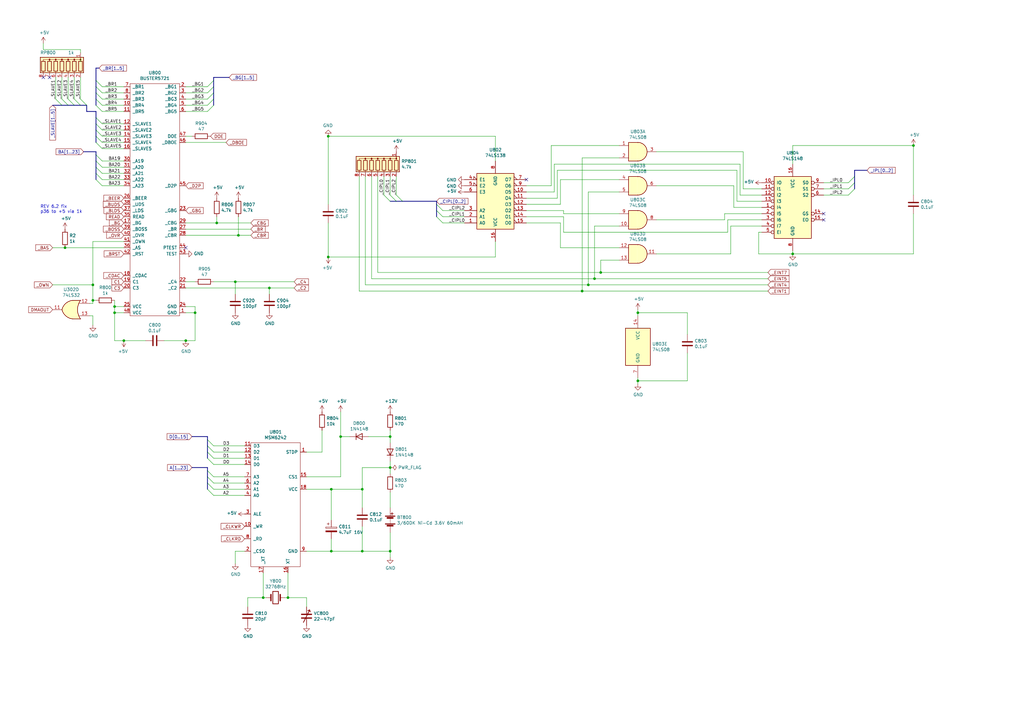
<source format=kicad_sch>
(kicad_sch (version 20230121) (generator eeschema)
  (paper "A3")
  (title_block (date "07/06/1987") (rev "6.2-a") (company "Commodore") (comment 1 "Drawn by: Dave Haynie") (comment 2 "Used on: A2000-CR") (comment 3 "Next Assy: 312725") (comment 4 "Assy: 312721"))
  (junction (at 160.02 226.06))
  (junction (at 38.1 123.19))
  (junction (at 148.59 200.66))
  (junction (at 107.95 245.11))
  (junction (at 46.99 125.73))
  (junction (at 246.38 111.76))
  (junction (at 374.65 59.69))
  (junction (at 76.2 139.7))
  (junction (at 46.99 128.27))
  (junction (at 110.49 118.11))
  (junction (at 96.52 115.57))
  (junction (at 97.79 96.52))
  (junction (at 134.62 105.41))
  (junction (at 50.8 139.7))
  (junction (at 160.02 191.77))
  (junction (at 135.89 200.66))
  (junction (at 148.59 226.06))
  (junction (at 238.76 119.38))
  (junction (at 88.9 91.44))
  (junction (at 160.02 179.07))
  (junction (at 325.12 104.14))
  (junction (at 38.1 116.84))
  (junction (at 80.01 128.27))
  (junction (at 118.11 245.11))
  (junction (at 261.62 156.21))
  (junction (at 243.84 114.3))
  (junction (at 26.67 101.6))
  (junction (at 135.89 226.06))
  (junction (at 241.3 116.84))
  (junction (at 139.7 179.07))
  (junction (at 134.62 55.88))
  (junction (at 261.62 128.27))
  (no_connect (at 76.2 101.6))
  (no_connect (at 337.82 90.17))
  (no_connect (at 17.78 31.75))
  (no_connect (at 215.9 73.66))
  (no_connect (at 20.32 31.75))
  (no_connect (at 337.82 87.63))
  (bus_entry (at 39.37 43.18) (size 2.54 2.54))
  (bus_entry (at 85.09 180.34) (size 2.54 2.54))
  (bus_entry (at 39.37 73.66) (size 2.54 2.54))
  (bus_entry (at 30.48 40.64) (size 2.54 2.54))
  (bus_entry (at 85.09 195.58) (size 2.54 2.54))
  (bus_entry (at 39.37 40.64) (size 2.54 2.54))
  (bus_entry (at 85.09 43.18) (size 2.54 -2.54))
  (bus_entry (at 85.09 38.1) (size 2.54 -2.54))
  (bus_entry (at 347.98 74.93) (size 2.54 -2.54))
  (bus_entry (at 179.07 88.9) (size 2.54 2.54))
  (bus_entry (at 33.02 40.64) (size 2.54 2.54))
  (bus_entry (at 39.37 33.02) (size 2.54 2.54))
  (bus_entry (at 39.37 71.12) (size 2.54 2.54))
  (bus_entry (at 157.48 80.01) (size 2.54 2.54))
  (bus_entry (at 162.56 80.01) (size 2.54 2.54))
  (bus_entry (at 85.09 182.88) (size 2.54 2.54))
  (bus_entry (at 347.98 80.01) (size 2.54 -2.54))
  (bus_entry (at 347.98 77.47) (size 2.54 -2.54))
  (bus_entry (at 27.94 40.64) (size 2.54 2.54))
  (bus_entry (at 85.09 198.12) (size 2.54 2.54))
  (bus_entry (at 85.09 200.66) (size 2.54 2.54))
  (bus_entry (at 39.37 38.1) (size 2.54 2.54))
  (bus_entry (at 39.37 55.88) (size 2.54 2.54))
  (bus_entry (at 85.09 35.56) (size 2.54 -2.54))
  (bus_entry (at 85.09 40.64) (size 2.54 -2.54))
  (bus_entry (at 85.09 45.72) (size 2.54 -2.54))
  (bus_entry (at 22.86 40.64) (size 2.54 2.54))
  (bus_entry (at 39.37 35.56) (size 2.54 2.54))
  (bus_entry (at 39.37 66.04) (size 2.54 2.54))
  (bus_entry (at 160.02 80.01) (size 2.54 2.54))
  (bus_entry (at 39.37 53.34) (size 2.54 2.54))
  (bus_entry (at 85.09 193.04) (size 2.54 2.54))
  (bus_entry (at 39.37 48.26) (size 2.54 2.54))
  (bus_entry (at 179.07 83.82) (size 2.54 2.54))
  (bus_entry (at 85.09 185.42) (size 2.54 2.54))
  (bus_entry (at 39.37 50.8) (size 2.54 2.54))
  (bus_entry (at 85.09 187.96) (size 2.54 2.54))
  (bus_entry (at 39.37 68.58) (size 2.54 2.54))
  (bus_entry (at 25.4 40.64) (size 2.54 2.54))
  (bus_entry (at 39.37 58.42) (size 2.54 2.54))
  (bus_entry (at 39.37 63.5) (size 2.54 2.54))
  (bus_entry (at 179.07 86.36) (size 2.54 2.54))
  (wire (pts (xy 374.65 87.63) (xy 374.65 104.14)))
  (wire (pts (xy 246.38 111.76) (xy 314.96 111.76)))
  (wire (pts (xy 46.99 125.73) (xy 46.99 128.27)))
  (wire (pts (xy 125.73 200.66) (xy 135.89 200.66)))
  (wire (pts (xy 325.12 67.31) (xy 325.12 59.69)))
  (wire (pts (xy 160.02 179.07) (xy 160.02 176.53)))
  (wire (pts (xy 160.02 226.06) (xy 148.59 226.06)))
  (wire (pts (xy 92.71 58.42) (xy 76.2 58.42)))
  (wire (pts (xy 38.1 123.19) (xy 38.1 124.46)))
  (wire (pts (xy 87.63 195.58) (xy 100.33 195.58)))
  (wire (pts (xy 110.49 120.65) (xy 110.49 118.11)))
  (wire (pts (xy 22.86 40.64) (xy 22.86 31.75)))
  (wire (pts (xy 149.86 116.84) (xy 241.3 116.84)))
  (wire (pts (xy 17.78 17.78) (xy 17.78 20.32)))
  (wire (pts (xy 41.91 66.04) (xy 50.8 66.04)))
  (wire (pts (xy 139.7 179.07) (xy 139.7 168.91)))
  (wire (pts (xy 303.53 67.31) (xy 303.53 80.01)))
  (wire (pts (xy 76.2 40.64) (xy 85.09 40.64)))
  (bus (pts (xy 33.02 43.18) (xy 35.56 43.18)))
  (wire (pts (xy 254 64.77) (xy 238.76 64.77)))
  (wire (pts (xy 88.9 91.44) (xy 102.87 91.44)))
  (wire (pts (xy 297.18 87.63) (xy 312.42 87.63)))
  (wire (pts (xy 39.37 123.19) (xy 38.1 123.19)))
  (wire (pts (xy 374.65 59.69) (xy 374.65 80.01)))
  (wire (pts (xy 96.52 115.57) (xy 120.65 115.57)))
  (wire (pts (xy 87.63 200.66) (xy 100.33 200.66)))
  (wire (pts (xy 87.63 190.5) (xy 100.33 190.5)))
  (bus (pts (xy 78.74 179.07) (xy 85.09 179.07)))
  (bus (pts (xy 165.1 82.55) (xy 179.07 82.55)))
  (wire (pts (xy 215.9 78.74) (xy 227.33 78.74)))
  (bus (pts (xy 39.37 71.12) (xy 39.37 73.66)))
  (wire (pts (xy 101.6 245.11) (xy 101.6 248.92)))
  (wire (pts (xy 76.2 38.1) (xy 85.09 38.1)))
  (wire (pts (xy 203.2 105.41) (xy 134.62 105.41)))
  (wire (pts (xy 33.02 20.32) (xy 33.02 21.59)))
  (wire (pts (xy 160.02 191.77) (xy 148.59 191.77)))
  (bus (pts (xy 35.56 45.72) (xy 35.56 43.18)))
  (wire (pts (xy 281.94 156.21) (xy 281.94 144.78)))
  (wire (pts (xy 226.06 76.2) (xy 226.06 59.69)))
  (wire (pts (xy 160.02 189.23) (xy 160.02 191.77)))
  (wire (pts (xy 311.15 95.25) (xy 311.15 104.14)))
  (wire (pts (xy 231.14 87.63) (xy 254 87.63)))
  (wire (pts (xy 228.6 81.28) (xy 228.6 69.85)))
  (bus (pts (xy 85.09 193.04) (xy 85.09 195.58)))
  (bus (pts (xy 39.37 53.34) (xy 39.37 55.88)))
  (wire (pts (xy 125.73 226.06) (xy 135.89 226.06)))
  (bus (pts (xy 39.37 63.5) (xy 39.37 66.04)))
  (wire (pts (xy 229.87 101.6) (xy 254 101.6)))
  (bus (pts (xy 350.52 72.39) (xy 350.52 74.93)))
  (wire (pts (xy 160.02 228.6) (xy 160.02 226.06)))
  (wire (pts (xy 46.99 123.19) (xy 46.99 125.73)))
  (bus (pts (xy 21.59 43.18) (xy 25.4 43.18)))
  (wire (pts (xy 160.02 80.01) (xy 160.02 72.39)))
  (bus (pts (xy 87.63 38.1) (xy 87.63 40.64)))
  (wire (pts (xy 160.02 201.93) (xy 160.02 208.28)))
  (wire (pts (xy 50.8 125.73) (xy 46.99 125.73)))
  (wire (pts (xy 261.62 127) (xy 261.62 128.27)))
  (wire (pts (xy 243.84 114.3) (xy 243.84 92.71)))
  (wire (pts (xy 100.33 226.06) (xy 96.52 226.06)))
  (wire (pts (xy 87.63 203.2) (xy 100.33 203.2)))
  (wire (pts (xy 243.84 114.3) (xy 152.4 114.3)))
  (wire (pts (xy 238.76 119.38) (xy 147.32 119.38)))
  (bus (pts (xy 87.63 35.56) (xy 87.63 38.1)))
  (wire (pts (xy 325.12 102.87) (xy 325.12 104.14)))
  (wire (pts (xy 139.7 195.58) (xy 125.73 195.58)))
  (wire (pts (xy 160.02 179.07) (xy 160.02 181.61)))
  (bus (pts (xy 39.37 48.26) (xy 39.37 50.8)))
  (wire (pts (xy 41.91 35.56) (xy 50.8 35.56)))
  (bus (pts (xy 39.37 68.58) (xy 39.37 71.12)))
  (wire (pts (xy 135.89 200.66) (xy 148.59 200.66)))
  (wire (pts (xy 125.73 245.11) (xy 125.73 248.92)))
  (wire (pts (xy 314.96 119.38) (xy 238.76 119.38)))
  (bus (pts (xy 87.63 33.02) (xy 87.63 35.56)))
  (wire (pts (xy 46.99 139.7) (xy 46.99 128.27)))
  (wire (pts (xy 96.52 226.06) (xy 96.52 231.14)))
  (wire (pts (xy 107.95 245.11) (xy 109.22 245.11)))
  (wire (pts (xy 241.3 78.74) (xy 241.3 116.84)))
  (wire (pts (xy 246.38 106.68) (xy 254 106.68)))
  (wire (pts (xy 231.14 86.36) (xy 231.14 87.63)))
  (wire (pts (xy 134.62 83.82) (xy 134.62 55.88)))
  (wire (pts (xy 76.2 125.73) (xy 80.01 125.73)))
  (wire (pts (xy 118.11 245.11) (xy 125.73 245.11)))
  (wire (pts (xy 229.87 73.66) (xy 254 73.66)))
  (wire (pts (xy 76.2 139.7) (xy 67.31 139.7)))
  (wire (pts (xy 325.12 104.14) (xy 311.15 104.14)))
  (bus (pts (xy 39.37 66.04) (xy 39.37 68.58)))
  (bus (pts (xy 85.09 179.07) (xy 85.09 180.34)))
  (wire (pts (xy 80.01 125.73) (xy 80.01 128.27)))
  (wire (pts (xy 87.63 185.42) (xy 100.33 185.42)))
  (wire (pts (xy 41.91 60.96) (xy 50.8 60.96)))
  (wire (pts (xy 215.9 81.28) (xy 228.6 81.28)))
  (wire (pts (xy 246.38 106.68) (xy 246.38 111.76)))
  (wire (pts (xy 304.8 77.47) (xy 312.42 77.47)))
  (wire (pts (xy 88.9 91.44) (xy 88.9 88.9)))
  (wire (pts (xy 80.01 139.7) (xy 76.2 139.7)))
  (wire (pts (xy 190.5 86.36) (xy 181.61 86.36)))
  (wire (pts (xy 203.2 55.88) (xy 203.2 66.04)))
  (bus (pts (xy 39.37 35.56) (xy 39.37 38.1)))
  (wire (pts (xy 80.01 128.27) (xy 76.2 128.27)))
  (wire (pts (xy 215.9 86.36) (xy 231.14 86.36)))
  (wire (pts (xy 27.94 40.64) (xy 27.94 31.75)))
  (wire (pts (xy 110.49 118.11) (xy 76.2 118.11)))
  (bus (pts (xy 350.52 74.93) (xy 350.52 77.47)))
  (wire (pts (xy 151.13 179.07) (xy 160.02 179.07)))
  (wire (pts (xy 76.2 55.88) (xy 78.74 55.88)))
  (wire (pts (xy 148.59 226.06) (xy 148.59 215.9)))
  (wire (pts (xy 76.2 45.72) (xy 85.09 45.72)))
  (wire (pts (xy 147.32 119.38) (xy 147.32 72.39)))
  (wire (pts (xy 38.1 116.84) (xy 38.1 99.06)))
  (wire (pts (xy 41.91 53.34) (xy 50.8 53.34)))
  (wire (pts (xy 97.79 88.9) (xy 97.79 96.52)))
  (wire (pts (xy 120.65 118.11) (xy 110.49 118.11)))
  (wire (pts (xy 76.2 35.56) (xy 85.09 35.56)))
  (bus (pts (xy 39.37 45.72) (xy 39.37 48.26)))
  (bus (pts (xy 355.6 69.85) (xy 350.52 69.85)))
  (wire (pts (xy 148.59 200.66) (xy 148.59 208.28)))
  (wire (pts (xy 87.63 187.96) (xy 100.33 187.96)))
  (wire (pts (xy 269.24 62.23) (xy 304.8 62.23)))
  (bus (pts (xy 179.07 83.82) (xy 179.07 86.36)))
  (wire (pts (xy 215.9 76.2) (xy 226.06 76.2)))
  (wire (pts (xy 41.91 73.66) (xy 50.8 73.66)))
  (wire (pts (xy 76.2 115.57) (xy 80.01 115.57)))
  (wire (pts (xy 162.56 72.39) (xy 162.56 80.01)))
  (wire (pts (xy 228.6 69.85) (xy 302.26 69.85)))
  (bus (pts (xy 39.37 62.23) (xy 39.37 63.5)))
  (wire (pts (xy 41.91 76.2) (xy 50.8 76.2)))
  (wire (pts (xy 38.1 129.54) (xy 36.83 129.54)))
  (bus (pts (xy 39.37 27.94) (xy 39.37 33.02)))
  (wire (pts (xy 135.89 213.36) (xy 135.89 200.66)))
  (wire (pts (xy 241.3 116.84) (xy 314.96 116.84)))
  (wire (pts (xy 227.33 67.31) (xy 303.53 67.31)))
  (wire (pts (xy 96.52 120.65) (xy 96.52 115.57)))
  (wire (pts (xy 281.94 128.27) (xy 281.94 137.16)))
  (bus (pts (xy 30.48 43.18) (xy 33.02 43.18)))
  (bus (pts (xy 39.37 45.72) (xy 35.56 45.72)))
  (bus (pts (xy 25.4 43.18) (xy 27.94 43.18)))
  (wire (pts (xy 41.91 55.88) (xy 50.8 55.88)))
  (bus (pts (xy 39.37 33.02) (xy 39.37 35.56)))
  (wire (pts (xy 215.9 88.9) (xy 231.14 88.9)))
  (bus (pts (xy 93.98 31.75) (xy 87.63 31.75)))
  (wire (pts (xy 132.08 185.42) (xy 132.08 176.53)))
  (wire (pts (xy 157.48 72.39) (xy 157.48 80.01)))
  (wire (pts (xy 59.69 139.7) (xy 50.8 139.7)))
  (wire (pts (xy 25.4 40.64) (xy 25.4 31.75)))
  (wire (pts (xy 33.02 24.13) (xy 33.02 25.4)))
  (bus (pts (xy 39.37 40.64) (xy 39.37 43.18)))
  (bus (pts (xy 179.07 86.36) (xy 179.07 88.9)))
  (wire (pts (xy 269.24 104.14) (xy 299.72 104.14)))
  (wire (pts (xy 154.94 111.76) (xy 246.38 111.76)))
  (bus (pts (xy 85.09 180.34) (xy 85.09 182.88)))
  (bus (pts (xy 87.63 40.64) (xy 87.63 43.18)))
  (wire (pts (xy 243.84 92.71) (xy 254 92.71)))
  (bus (pts (xy 78.74 191.77) (xy 85.09 191.77)))
  (wire (pts (xy 143.51 179.07) (xy 139.7 179.07)))
  (wire (pts (xy 298.45 95.25) (xy 298.45 90.17)))
  (wire (pts (xy 229.87 83.82) (xy 229.87 73.66)))
  (bus (pts (xy 27.94 43.18) (xy 30.48 43.18)))
  (wire (pts (xy 190.5 91.44) (xy 181.61 91.44)))
  (wire (pts (xy 38.1 133.35) (xy 38.1 129.54)))
  (wire (pts (xy 87.63 115.57) (xy 96.52 115.57)))
  (wire (pts (xy 269.24 76.2) (xy 300.99 76.2)))
  (wire (pts (xy 41.91 58.42) (xy 50.8 58.42)))
  (bus (pts (xy 39.37 50.8) (xy 39.37 53.34)))
  (wire (pts (xy 87.63 182.88) (xy 100.33 182.88)))
  (wire (pts (xy 269.24 90.17) (xy 297.18 90.17)))
  (wire (pts (xy 229.87 91.44) (xy 229.87 101.6)))
  (bus (pts (xy 350.52 69.85) (xy 350.52 72.39)))
  (wire (pts (xy 38.1 99.06) (xy 50.8 99.06)))
  (wire (pts (xy 297.18 90.17) (xy 297.18 87.63)))
  (bus (pts (xy 39.37 27.94) (xy 40.64 27.94)))
  (wire (pts (xy 76.2 43.18) (xy 85.09 43.18)))
  (wire (pts (xy 314.96 114.3) (xy 243.84 114.3)))
  (wire (pts (xy 299.72 104.14) (xy 299.72 92.71)))
  (wire (pts (xy 303.53 80.01) (xy 312.42 80.01)))
  (wire (pts (xy 21.59 101.6) (xy 26.67 101.6)))
  (wire (pts (xy 302.26 82.55) (xy 312.42 82.55)))
  (bus (pts (xy 85.09 195.58) (xy 85.09 198.12)))
  (wire (pts (xy 87.63 198.12) (xy 100.33 198.12)))
  (wire (pts (xy 261.62 154.94) (xy 261.62 156.21)))
  (wire (pts (xy 299.72 92.71) (xy 312.42 92.71)))
  (wire (pts (xy 254 78.74) (xy 241.3 78.74)))
  (wire (pts (xy 312.42 95.25) (xy 311.15 95.25)))
  (wire (pts (xy 135.89 226.06) (xy 135.89 220.98)))
  (bus (pts (xy 179.07 82.55) (xy 179.07 83.82)))
  (wire (pts (xy 337.82 77.47) (xy 347.98 77.47)))
  (bus (pts (xy 85.09 191.77) (xy 85.09 193.04)))
  (wire (pts (xy 226.06 59.69) (xy 254 59.69)))
  (wire (pts (xy 304.8 62.23) (xy 304.8 77.47)))
  (wire (pts (xy 231.14 95.25) (xy 298.45 95.25)))
  (wire (pts (xy 38.1 124.46) (xy 36.83 124.46)))
  (wire (pts (xy 125.73 185.42) (xy 132.08 185.42)))
  (wire (pts (xy 215.9 91.44) (xy 229.87 91.44)))
  (bus (pts (xy 39.37 55.88) (xy 39.37 58.42)))
  (wire (pts (xy 134.62 105.41) (xy 134.62 91.44)))
  (wire (pts (xy 300.99 76.2) (xy 300.99 85.09)))
  (wire (pts (xy 46.99 128.27) (xy 50.8 128.27)))
  (wire (pts (xy 325.12 59.69) (xy 374.65 59.69)))
  (wire (pts (xy 238.76 64.77) (xy 238.76 119.38)))
  (wire (pts (xy 227.33 78.74) (xy 227.33 67.31)))
  (bus (pts (xy 160.02 82.55) (xy 162.56 82.55)))
  (bus (pts (xy 39.37 38.1) (xy 39.37 40.64)))
  (wire (pts (xy 17.78 20.32) (xy 33.02 20.32)))
  (wire (pts (xy 261.62 128.27) (xy 281.94 128.27)))
  (wire (pts (xy 30.48 31.75) (xy 30.48 40.64)))
  (wire (pts (xy 215.9 83.82) (xy 229.87 83.82)))
  (wire (pts (xy 38.1 116.84) (xy 21.59 116.84)))
  (wire (pts (xy 33.02 40.64) (xy 33.02 31.75)))
  (wire (pts (xy 154.94 72.39) (xy 154.94 111.76)))
  (wire (pts (xy 203.2 99.06) (xy 203.2 105.41)))
  (wire (pts (xy 139.7 179.07) (xy 139.7 195.58)))
  (wire (pts (xy 38.1 123.19) (xy 38.1 116.84)))
  (wire (pts (xy 80.01 128.27) (xy 80.01 139.7)))
  (wire (pts (xy 148.59 191.77) (xy 148.59 200.66)))
  (wire (pts (xy 134.62 55.88) (xy 203.2 55.88)))
  (bus (pts (xy 85.09 198.12) (xy 85.09 200.66)))
  (wire (pts (xy 374.65 104.14) (xy 325.12 104.14)))
  (wire (pts (xy 41.91 43.18) (xy 50.8 43.18)))
  (wire (pts (xy 261.62 156.21) (xy 261.62 157.48)))
  (bus (pts (xy 85.09 182.88) (xy 85.09 185.42)))
  (wire (pts (xy 41.91 71.12) (xy 50.8 71.12)))
  (wire (pts (xy 337.82 80.01) (xy 347.98 80.01)))
  (wire (pts (xy 116.84 245.11) (xy 118.11 245.11)))
  (bus (pts (xy 162.56 82.55) (xy 165.1 82.55)))
  (wire (pts (xy 107.95 234.95) (xy 107.95 245.11)))
  (wire (pts (xy 107.95 245.11) (xy 101.6 245.11)))
  (bus (pts (xy 85.09 185.42) (xy 85.09 187.96)))
  (wire (pts (xy 41.91 68.58) (xy 50.8 68.58)))
  (wire (pts (xy 76.2 91.44) (xy 88.9 91.44)))
  (wire (pts (xy 152.4 114.3) (xy 152.4 72.39)))
  (wire (pts (xy 135.89 226.06) (xy 148.59 226.06)))
  (wire (pts (xy 231.14 88.9) (xy 231.14 95.25)))
  (wire (pts (xy 300.99 85.09) (xy 312.42 85.09)))
  (wire (pts (xy 302.26 69.85) (xy 302.26 82.55)))
  (wire (pts (xy 41.91 50.8) (xy 50.8 50.8)))
  (wire (pts (xy 298.45 90.17) (xy 312.42 90.17)))
  (wire (pts (xy 190.5 88.9) (xy 181.61 88.9)))
  (wire (pts (xy 160.02 226.06) (xy 160.02 218.44)))
  (wire (pts (xy 118.11 234.95) (xy 118.11 245.11)))
  (wire (pts (xy 102.87 96.52) (xy 97.79 96.52)))
  (bus (pts (xy 34.29 62.23) (xy 39.37 62.23)))
  (wire (pts (xy 76.2 93.98) (xy 102.87 93.98)))
  (wire (pts (xy 149.86 72.39) (xy 149.86 116.84)))
  (wire (pts (xy 261.62 128.27) (xy 261.62 129.54)))
  (wire (pts (xy 26.67 101.6) (xy 50.8 101.6)))
  (wire (pts (xy 97.79 96.52) (xy 76.2 96.52)))
  (wire (pts (xy 41.91 38.1) (xy 50.8 38.1)))
  (wire (pts (xy 261.62 156.21) (xy 281.94 156.21)))
  (wire (pts (xy 41.91 45.72) (xy 50.8 45.72)))
  (wire (pts (xy 41.91 40.64) (xy 50.8 40.64)))
  (wire (pts (xy 337.82 74.93) (xy 347.98 74.93)))
  (wire (pts (xy 160.02 191.77) (xy 160.02 194.31)))
  (wire (pts (xy 50.8 139.7) (xy 46.99 139.7)))
  (bus (pts (xy 87.63 31.75) (xy 87.63 33.02)))
  (text "REV 6.2 fix\np36 to +5 via 1k" (at 16.51 87.63 0) (effects (font (size 1.27 1.27)) (justify left bottom)))
  (label "_CIPL2" (at 162.56 80.01 90))
  (label "_SLAVE4" (at 41.91 58.42 0))
  (label "_IPL2" (at 340.36 80.01 0))
  (label "BA21" (at 44.45 71.12 0))
  (label "_IPL0" (at 340.36 74.93 0))
  (label "_CIPL2" (at 184.15 86.36 0))
  (label "D3" (at 91.44 182.88 0))
  (label "_SLAVE5" (at 33.02 40.64 90))
  (label "D1" (at 91.44 187.96 0))
  (label "D0" (at 91.44 190.5 0))
  (label "_BR4" (at 43.18 43.18 0))
  (label "_CIPL0" (at 184.15 91.44 0))
  (label "_BR3" (at 43.18 40.64 0))
  (label "_BG4" (at 78.74 43.18 0))
  (label "_BG3" (at 78.74 40.64 0))
  (label "_SLAVE3" (at 41.91 55.88 0))
  (label "_SLAVE5" (at 41.91 60.96 0))
  (label "_BG2" (at 78.74 38.1 0))
  (label "_SLAVE4" (at 30.48 40.64 90))
  (label "D2" (at 91.44 185.42 0))
  (label "BA20" (at 44.45 68.58 0))
  (label "A4" (at 91.44 198.12 0))
  (label "_SLAVE1" (at 41.91 50.8 0))
  (label "_BR2" (at 43.18 38.1 0))
  (label "_BR5" (at 43.18 45.72 0))
  (label "_SLAVE3" (at 27.94 40.64 90))
  (label "A5" (at 91.44 195.58 0))
  (label "_SLAVE1" (at 22.86 40.64 90))
  (label "_CIPL0" (at 157.48 80.01 90))
  (label "_CIPL1" (at 184.15 88.9 0))
  (label "_BG5" (at 78.74 45.72 0))
  (label "_IPL1" (at 340.36 77.47 0))
  (label "BA19" (at 44.45 66.04 0))
  (label "A2" (at 91.44 203.2 0))
  (label "_CIPL1" (at 160.02 80.01 90))
  (label "_BR1" (at 43.18 35.56 0))
  (label "_SLAVE2" (at 25.4 40.64 90))
  (label "A3" (at 91.44 200.66 0))
  (label "BA23" (at 44.45 76.2 0))
  (label "_BG1" (at 78.74 35.56 0))
  (label "BA22" (at 44.45 73.66 0))
  (label "_SLAVE2" (at 41.91 53.34 0))
  (global_label "_EINT5" (shape input) (at 314.96 114.3 0) (property "Intersheetrefs" "${INTERSHEET_REFS}" (effects hide)))
  (global_label "_OWN" (shape input) (at 21.59 116.84 180) (property "Intersheetrefs" "${INTERSHEET_REFS}" (effects hide)))
  (global_label "A[1..23]" (shape input) (at 78.74 191.77 180) (property "Intersheetrefs" "${INTERSHEET_REFS}" (effects hide)))
  (global_label "_EINT7" (shape input) (at 314.96 111.76 0) (property "Intersheetrefs" "${INTERSHEET_REFS}" (effects hide)))
  (global_label "READ" (shape input) (at 50.8 88.9 180) (property "Intersheetrefs" "${INTERSHEET_REFS}" (effects hide)))
  (global_label "_CIPL[0..2]" (shape input) (at 179.07 82.55 0) (property "Intersheetrefs" "${INTERSHEET_REFS}" (effects hide)))
  (global_label "_D2P" (shape input) (at 76.2 76.2 0) (property "Intersheetrefs" "${INTERSHEET_REFS}" (effects hide)))
  (global_label "_CLKWR" (shape input) (at 100.33 215.9 180) (property "Intersheetrefs" "${INTERSHEET_REFS}" (effects hide)))
  (global_label "_BR" (shape input) (at 102.87 93.98 0) (property "Intersheetrefs" "${INTERSHEET_REFS}" (effects hide)))
  (global_label "_BG[1..5]" (shape input) (at 93.98 31.75 0) (property "Intersheetrefs" "${INTERSHEET_REFS}" (effects hide)))
  (global_label "C1" (shape input) (at 50.8 115.57 180) (property "Intersheetrefs" "${INTERSHEET_REFS}" (effects hide)))
  (global_label "_BUDS" (shape input) (at 50.8 83.82 180) (property "Intersheetrefs" "${INTERSHEET_REFS}" (effects hide)))
  (global_label "_BOSS" (shape input) (at 50.8 93.98 180) (property "Intersheetrefs" "${INTERSHEET_REFS}" (effects hide)))
  (global_label "_DBOE" (shape input) (at 92.71 58.42 0) (property "Intersheetrefs" "${INTERSHEET_REFS}" (effects hide)))
  (global_label "_EINT4" (shape input) (at 314.96 116.84 0) (property "Intersheetrefs" "${INTERSHEET_REFS}" (effects hide)))
  (global_label "_IPL[0..2]" (shape input) (at 355.6 69.85 0) (property "Intersheetrefs" "${INTERSHEET_REFS}" (effects hide)))
  (global_label "_C4" (shape input) (at 120.65 115.57 0) (property "Intersheetrefs" "${INTERSHEET_REFS}" (effects hide)))
  (global_label "C3" (shape input) (at 50.8 118.11 180) (property "Intersheetrefs" "${INTERSHEET_REFS}" (effects hide)))
  (global_label "_CBR" (shape input) (at 102.87 96.52 0) (property "Intersheetrefs" "${INTERSHEET_REFS}" (effects hide)))
  (global_label "_C2" (shape input) (at 120.65 118.11 0) (property "Intersheetrefs" "${INTERSHEET_REFS}" (effects hide)))
  (global_label "_BG" (shape input) (at 50.8 91.44 180) (property "Intersheetrefs" "${INTERSHEET_REFS}" (effects hide)))
  (global_label "D[0..15]" (shape input) (at 78.74 179.07 180) (property "Intersheetrefs" "${INTERSHEET_REFS}" (effects hide)))
  (global_label "_CBG" (shape input) (at 102.87 91.44 0) (property "Intersheetrefs" "${INTERSHEET_REFS}" (effects hide)))
  (global_label "DOE" (shape input) (at 86.36 55.88 0) (property "Intersheetrefs" "${INTERSHEET_REFS}" (effects hide)))
  (global_label "_SLAVE[1..5]" (shape input) (at 21.59 43.18 270) (property "Intersheetrefs" "${INTERSHEET_REFS}" (effects hide)))
  (global_label "_CDAC" (shape input) (at 50.8 113.03 180) (property "Intersheetrefs" "${INTERSHEET_REFS}" (effects hide)))
  (global_label "_BEER" (shape input) (at 50.8 81.28 180) (property "Intersheetrefs" "${INTERSHEET_REFS}" (effects hide)))
  (global_label "_EINT1" (shape input) (at 314.96 119.38 0) (property "Intersheetrefs" "${INTERSHEET_REFS}" (effects hide)))
  (global_label "_OVR" (shape input) (at 50.8 96.52 180) (property "Intersheetrefs" "${INTERSHEET_REFS}" (effects hide)))
  (global_label "_BAS" (shape input) (at 21.59 101.6 180) (property "Intersheetrefs" "${INTERSHEET_REFS}" (effects hide)))
  (global_label "_BR[1..5]" (shape input) (at 40.64 27.94 0) (property "Intersheetrefs" "${INTERSHEET_REFS}" (effects hide)))
  (global_label "_BRST" (shape input) (at 50.8 104.14 180) (property "Intersheetrefs" "${INTERSHEET_REFS}" (effects hide)))
  (global_label "_BLDS" (shape input) (at 50.8 86.36 180) (property "Intersheetrefs" "${INTERSHEET_REFS}" (effects hide)))
  (global_label "BA[1..23]" (shape input) (at 34.29 62.23 180) (property "Intersheetrefs" "${INTERSHEET_REFS}" (effects hide)))
  (global_label "DMAOUT" (shape input) (at 21.59 127 180) (property "Intersheetrefs" "${INTERSHEET_REFS}" (effects hide)))
  (global_label "_CLKRD" (shape input) (at 100.33 220.98 180) (property "Intersheetrefs" "${INTERSHEET_REFS}" (effects hide)))
  (global_label "_GBG" (shape input) (at 76.2 86.36 0) (property "Intersheetrefs" "${INTERSHEET_REFS}" (effects hide)))
  (symbol (lib_id "Device:R") (at 26.67 97.79 0) (unit 1)
    (property "Reference" "R2" (at 28.448 96.6216 0) (effects (justify left)))
    (property "Value" "1k" (at 28.448 98.933 0) (effects (justify left)))
    (property "Footprint" "Resistor_THT:R_Axial_DIN0207_L6.3mm_D2.5mm_P10.16mm_Horizontal" (effects hide))
    (property "RefOrder" "603-CFR-25JR-521K" (effects hide))
  )
  (symbol (lib_id "power:+5V") (at 26.67 93.98 0) (unit 1)
    (property "Reference" "#PWR0265" (effects hide))
    (property "Value" "+5V" (at 27.051 89.5858 0))
  )
  (symbol (lib_id "power:PWR_FLAG") (at 160.02 191.77 270) (unit 1)
    (property "Reference" "#FLG0106" (effects hide))
    (property "Value" "PWR_FLAG" (at 163.2712 191.77 90) (effects (justify left)))
  )
  (symbol (lib_id "amiga_customs:BUSTER5721") (at 63.5 33.02 0) (unit 1)
    (property "Reference" "U800" (at 63.5 29.845 0))
    (property "Value" "BUSTER5721" (at 63.5 32.1564 0))
    (property "Footprint" "Package_DIP:DIP-48_W15.24mm_Socket" (effects hide))
    (property "Datasheet" "http://obligement.free.fr/articles/chipsetamiga.php#buster" (effects hide))
  )
  (symbol (lib_id "Device:R") (at 82.55 55.88 270) (unit 1)
    (property "Reference" "R904" (at 82.55 50.6222 90))
    (property "Value" "47" (at 82.55 52.9336 90))
    (property "Footprint" "Resistor_THT:R_Axial_DIN0207_L6.3mm_D2.5mm_P10.16mm_Horizontal" (effects hide))
    (property "RefOrder" "603-CFR-25JT-52-47R" (effects hide))
  )
  (symbol (lib_id "Device:R") (at 88.9 85.09 180) (unit 1)
    (property "Reference" "R806" (at 90.678 83.9216 0) (effects (justify right)))
    (property "Value" "4.7k" (at 90.678 86.233 0) (effects (justify right)))
    (property "Footprint" "Resistor_THT:R_Axial_DIN0207_L6.3mm_D2.5mm_P10.16mm_Horizontal" (effects hide))
    (property "RefOrder" "603-CFR-25JT-52-4K7" (effects hide))
  )
  (symbol (lib_id "Device:R") (at 97.79 85.09 180) (unit 1)
    (property "Reference" "R807" (at 99.568 83.9216 0) (effects (justify right)))
    (property "Value" "4.7k" (at 99.568 86.233 0) (effects (justify right)))
    (property "Footprint" "Resistor_THT:R_Axial_DIN0207_L6.3mm_D2.5mm_P10.16mm_Horizontal" (effects hide))
    (property "RefOrder" "603-CFR-25JT-52-4K7" (effects hide))
  )
  (symbol (lib_id "power:+5V") (at 88.9 81.28 0) (unit 1)
    (property "Reference" "#PWR0140" (effects hide))
    (property "Value" "+5V" (at 89.281 76.8858 0))
  )
  (symbol (lib_id "power:+5V") (at 97.79 81.28 0) (unit 1)
    (property "Reference" "#PWR0143" (effects hide))
    (property "Value" "+5V" (at 98.171 76.8858 0))
  )
  (symbol (lib_id "power:GND") (at 76.2 104.14 90) (unit 1)
    (property "Reference" "#PWR0138" (effects hide))
    (property "Value" "GND" (at 79.4512 104.013 90) (effects (justify right)))
  )
  (symbol (lib_id "Device:R") (at 83.82 115.57 90) (unit 1)
    (property "Reference" "R905" (at 83.82 110.3122 90))
    (property "Value" "47" (at 83.82 112.6236 90))
    (property "Footprint" "Resistor_THT:R_Axial_DIN0207_L6.3mm_D2.5mm_P10.16mm_Horizontal" (effects hide))
    (property "RefOrder" "603-CFR-25JT-52-47R" (effects hide))
  )
  (symbol (lib_id "Device:C") (at 96.52 124.46 0) (unit 1)
    (property "Reference" "C920" (at 99.441 123.2916 0) (effects (justify left)))
    (property "Value" "100pF" (at 99.441 125.603 0) (effects (justify left)))
    (property "Footprint" "Capacitor_THT:C_Rect_L11.5mm_W2.6mm_P10.00mm_MKT" (effects hide))
    (property "RefOrder" "80-C410C101K5G" (effects hide))
  )
  (symbol (lib_id "Device:C") (at 110.49 124.46 0) (unit 1)
    (property "Reference" "C904" (at 113.411 123.2916 0) (effects (justify left)))
    (property "Value" "100pF" (at 113.411 125.603 0) (effects (justify left)))
    (property "Footprint" "Capacitor_THT:C_Rect_L11.5mm_W2.6mm_P10.00mm_MKT" (effects hide))
    (property "RefOrder" "80-C410C101K5G" (effects hide))
  )
  (symbol (lib_id "power:GND") (at 96.52 128.27 0) (unit 1)
    (property "Reference" "#PWR0141" (effects hide))
    (property "Value" "GND" (at 96.647 132.6642 0))
  )
  (symbol (lib_id "power:GND") (at 110.49 128.27 0) (unit 1)
    (property "Reference" "#PWR0146" (effects hide))
    (property "Value" "GND" (at 110.617 132.6642 0))
  )
  (symbol (lib_id "Device:C") (at 63.5 139.7 270) (unit 1)
    (property "Reference" "C800" (at 63.5 133.2992 90))
    (property "Value" "0.1uF" (at 63.5 135.6106 90))
    (property "Footprint" "Capacitor_THT:C_Rect_L11.5mm_W2.6mm_P10.00mm_MKT" (effects hide))
    (property "RefOrder" "581-SA105C104KARC" (effects hide))
  )
  (symbol (lib_id "power:GND") (at 76.2 139.7 0) (unit 1)
    (property "Reference" "#PWR0139" (effects hide))
    (property "Value" "GND" (at 76.327 144.0942 0))
  )
  (symbol (lib_id "power:+5V") (at 50.8 139.7 180) (unit 1)
    (property "Reference" "#PWR0137" (effects hide))
    (property "Value" "+5V" (at 50.419 144.0942 0))
  )
  (symbol (lib_id "74xx:74LS32") (at 29.21 127 0) (mirror y) (unit 4)
    (property "Reference" "U302" (at 29.21 118.745 0))
    (property "Value" "74LS32" (at 29.21 121.0564 0))
    (property "Footprint" "Package_DIP:DIP-14_W7.62mm_Socket" (effects hide))
    (property "Datasheet" "http://www.ti.com/lit/gpn/sn74LS32" (effects hide))
    (property "RefOrder" "595-SN74LS32N" (effects hide))
  )
  (symbol (lib_id "power:GND") (at 38.1 133.35 0) (unit 1)
    (property "Reference" "#PWR0136" (effects hide))
    (property "Value" "GND" (at 38.227 137.7442 0))
  )
  (symbol (lib_id "Device:R") (at 43.18 123.19 90) (unit 1)
    (property "Reference" "R800" (at 43.18 117.9322 90))
    (property "Value" "1k" (at 43.18 120.2436 90))
    (property "Footprint" "Resistor_THT:R_Axial_DIN0207_L6.3mm_D2.5mm_P10.16mm_Horizontal" (effects hide))
    (property "RefOrder" "603-CFR-25JR-521K" (effects hide))
  )
  (symbol (lib_id "Device:R_Network07") (at 25.4 26.67 0) (mirror y) (unit 1)
    (property "Reference" "RP800" (at 16.51 21.59 0) (effects (justify right)))
    (property "Value" "1k" (at 27.94 21.59 0) (effects (justify right)))
    (property "Footprint" "Resistor_THT:R_Array_SIP8" (effects hide))
    (property "Datasheet" "http://www.vishay.com/docs/31509/csc.pdf" (effects hide))
    (property "RefOrder" "652-4608X-AP1-102LF" (effects hide))
  )
  (symbol (lib_id "power:+5V") (at 17.78 17.78 0) (unit 1)
    (property "Reference" "#PWR0135" (effects hide))
    (property "Value" "+5V" (at 18.161 13.3858 0))
  )
  (symbol (lib_id "d_rtc:MSM6242") (at 113.03 180.34 0) (unit 1)
    (property "Reference" "U801" (at 113.03 177.165 0))
    (property "Value" "MSM6242" (at 113.03 179.4764 0))
    (property "Footprint" "Package_DIP:DIP-18_W7.62mm_Socket" (effects hide))
    (property "Datasheet" "https://pdf1.alldatasheet.com/datasheet-pdf/view/11259/OKI/MSM6242B.html" (effects hide))
  )
  (symbol (lib_id "Device:Crystal") (at 113.03 245.11 0) (unit 1)
    (property "Reference" "Y800" (at 113.03 238.3028 0))
    (property "Value" "32768Hz" (at 113.03 240.6142 0))
    (property "Footprint" "Crystal:Crystal_DS15_D1.5mm_L5.0mm_Horizontal" (effects hide))
    (property "RefOrder" "695-CFS145-327K-U" (effects hide))
  )
  (symbol (lib_id "Device:C") (at 101.6 252.73 0) (unit 1)
    (property "Reference" "C810" (at 104.521 251.5616 0) (effects (justify left)))
    (property "Value" "20pF" (at 104.521 253.873 0) (effects (justify left)))
    (property "Footprint" "Capacitor_THT:C_Rect_L11.5mm_W2.6mm_P10.00mm_MKT" (effects hide))
    (property "RefOrder" "581-SA102A200JAR" (effects hide))
  )
  (symbol (lib_id "Device:C_Variable") (at 125.73 252.73 0) (unit 1)
    (property "Reference" "VC800" (at 128.651 251.5616 0) (effects (justify left)))
    (property "Value" "22-47pF" (at 128.651 253.873 0) (effects (justify left)))
    (property "Footprint" "Capacitor_THT:C_Rect_L7.0mm_W6.5mm_P5.00mm" (effects hide))
  )
  (symbol (lib_id "power:GND") (at 101.6 256.54 0) (unit 1)
    (property "Reference" "#PWR0145" (effects hide))
    (property "Value" "GND" (at 101.727 260.9342 0))
  )
  (symbol (lib_id "power:GND") (at 125.73 256.54 0) (unit 1)
    (property "Reference" "#PWR0147" (effects hide))
    (property "Value" "GND" (at 125.857 260.9342 0))
  )
  (symbol (lib_id "amiga2000-rescue:CP-Device") (at 135.89 217.17 0) (unit 1)
    (property "Reference" "C811" (at 138.8872 216.0016 0) (effects (justify left)))
    (property "Value" "4.7uF 16V" (at 138.8872 218.313 0) (effects (justify left)))
    (property "Footprint" "Capacitor_THT:CP_Radial_D5.0mm_P2.50mm" (effects hide))
    (property "RefOrder" "647-UMA1C4R7MCD2TP" (effects hide))
  )
  (symbol (lib_id "Device:C") (at 148.59 212.09 0) (unit 1)
    (property "Reference" "C812" (at 151.511 210.9216 0) (effects (justify left)))
    (property "Value" "0.1uF" (at 151.511 213.233 0) (effects (justify left)))
    (property "Footprint" "Capacitor_THT:C_Rect_L11.5mm_W2.6mm_P10.00mm_MKT" (effects hide))
    (property "RefOrder" "581-SA105C104KARC" (effects hide))
  )
  (symbol (lib_id "Device:R") (at 132.08 172.72 0) (unit 1)
    (property "Reference" "R804" (at 133.858 171.5516 0) (effects (justify left)))
    (property "Value" "10k" (at 133.858 173.863 0) (effects (justify left)))
    (property "Footprint" "Resistor_THT:R_Axial_DIN0207_L6.3mm_D2.5mm_P10.16mm_Horizontal" (effects hide))
    (property "RefOrder" "603-CFR-25JR-5210K" (effects hide))
  )
  (symbol (lib_id "Diode:1N4148") (at 147.32 179.07 0) (unit 1)
    (property "Reference" "D800" (at 147.32 173.5836 0))
    (property "Value" "1N4148" (at 147.32 175.895 0))
    (property "Footprint" "Diode_THT:D_DO-35_SOD27_P7.62mm_Horizontal" (effects hide))
    (property "Datasheet" "https://assets.nexperia.com/documents/data-sheet/1N4148_1N4448.pdf" (effects hide))
    (property "RefOrder" "78-1N4148" (effects hide))
  )
  (symbol (lib_id "Device:R") (at 160.02 172.72 0) (unit 1)
    (property "Reference" "R801" (at 161.798 171.5516 0) (effects (justify left)))
    (property "Value" "470" (at 161.798 173.863 0) (effects (justify left)))
    (property "Footprint" "Resistor_THT:R_Axial_DIN0207_L6.3mm_D2.5mm_P10.16mm_Horizontal" (effects hide))
    (property "RefOrder" "603-CFR-25JT-52-470R" (effects hide))
  )
  (symbol (lib_id "power:+5V") (at 132.08 168.91 0) (unit 1)
    (property "Reference" "#PWR0148" (effects hide))
    (property "Value" "+5V" (at 132.461 164.5158 0))
  )
  (symbol (lib_id "power:+5V") (at 139.7 168.91 0) (unit 1)
    (property "Reference" "#PWR0149" (effects hide))
    (property "Value" "+5V" (at 140.081 164.5158 0))
  )
  (symbol (lib_id "power:+12V") (at 160.02 168.91 0) (unit 1)
    (property "Reference" "#PWR0150" (effects hide))
    (property "Value" "+12V" (at 160.401 164.5158 0))
  )
  (symbol (lib_id "Diode:1N4148") (at 160.02 185.42 90) (unit 1)
    (property "Reference" "D801" (at 162.0266 184.2516 90) (effects (justify right)))
    (property "Value" "1N4148" (at 162.0266 186.563 90) (effects (justify right)))
    (property "Footprint" "Diode_THT:D_DO-35_SOD27_P7.62mm_Horizontal" (effects hide))
    (property "Datasheet" "https://assets.nexperia.com/documents/data-sheet/1N4148_1N4448.pdf" (effects hide))
    (property "RefOrder" "78-1N4148" (effects hide))
  )
  (symbol (lib_id "Device:R") (at 160.02 198.12 0) (unit 1)
    (property "Reference" "R803" (at 161.798 196.9516 0) (effects (justify left)))
    (property "Value" "470" (at 161.798 199.263 0) (effects (justify left)))
    (property "Footprint" "Resistor_THT:R_Axial_DIN0207_L6.3mm_D2.5mm_P10.16mm_Horizontal" (effects hide))
    (property "RefOrder" "603-CFR-25JT-52-470R" (effects hide))
  )
  (symbol (lib_id "Device:Battery") (at 160.02 213.36 0) (unit 1)
    (property "Reference" "BT800" (at 162.7632 212.1916 0) (effects (justify left)))
    (property "Value" "3/60DK Ni-Cd 3.6V 60mAH" (at 162.7632 214.503 0) (effects (justify left)))
    (property "Footprint" "Connector_PinSocket_2.54mm:PinSocket_2x01_P2.54mm_Vertical" (effects hide))
  )
  (symbol (lib_id "power:GND") (at 160.02 228.6 0) (unit 1)
    (property "Reference" "#PWR0151" (effects hide))
    (property "Value" "GND" (at 160.147 232.9942 0))
  )
  (symbol (lib_id "power:GND") (at 96.52 231.14 0) (unit 1)
    (property "Reference" "#PWR0142" (effects hide))
    (property "Value" "GND" (at 96.647 235.5342 0))
  )
  (symbol (lib_id "power:+5V") (at 100.33 210.82 90) (unit 1)
    (property "Reference" "#PWR0144" (effects hide))
    (property "Value" "+5V" (at 97.0788 210.439 90) (effects (justify left)))
  )
  (symbol (lib_id "74xx:74LS138") (at 203.2 83.82 0) (mirror x) (unit 1)
    (property "Reference" "U802" (at 203.2 61.4426 0))
    (property "Value" "74LS138" (at 203.2 63.754 0))
    (property "Footprint" "Package_DIP:DIP-16_W7.62mm_Socket" (effects hide))
    (property "Datasheet" "http://www.ti.com/lit/gpn/sn74LS138" (effects hide))
    (property "RefOrder" "595-SN74LS138N" (effects hide))
  )
  (symbol (lib_id "74xx:74LS148") (at 325.12 85.09 0) (unit 1)
    (property "Reference" "U804" (at 325.12 62.7126 0))
    (property "Value" "74LS148" (at 325.12 65.024 0))
    (property "Footprint" "Package_DIP:DIP-16_W7.62mm_Socket" (effects hide))
    (property "Datasheet" "http://www.ti.com/lit/gpn/sn74LS148" (effects hide))
    (property "RefOrder" "595-SN74LS148N" (effects hide))
  )
  (symbol (lib_id "74xx:74LS08") (at 261.62 62.23 0) (unit 1)
    (property "Reference" "U803" (at 261.62 53.975 0))
    (property "Value" "74LS08" (at 261.62 56.2864 0))
    (property "Footprint" "Package_DIP:DIP-14_W7.62mm_Socket" (effects hide))
    (property "Datasheet" "http://www.ti.com/lit/gpn/sn74LS08" (effects hide))
    (property "RefOrder" "595-SN74LS08N" (effects hide))
  )
  (symbol (lib_id "74xx:74LS08") (at 261.62 76.2 0) (unit 2)
    (property "Reference" "U803" (at 261.62 67.945 0))
    (property "Value" "74LS08" (at 261.62 70.2564 0))
    (property "Footprint" "Package_DIP:DIP-14_W7.62mm_Socket" (effects hide))
    (property "Datasheet" "http://www.ti.com/lit/gpn/sn74LS08" (effects hide))
    (property "RefOrder" "595-SN74LS08N" (effects hide))
  )
  (symbol (lib_id "74xx:74LS08") (at 261.62 90.17 0) (unit 3)
    (property "Reference" "U803" (at 261.62 81.915 0))
    (property "Value" "74LS08" (at 261.62 84.2264 0))
    (property "Footprint" "Package_DIP:DIP-14_W7.62mm_Socket" (effects hide))
    (property "Datasheet" "http://www.ti.com/lit/gpn/sn74LS08" (effects hide))
    (property "RefOrder" "595-SN74LS08N" (effects hide))
  )
  (symbol (lib_id "74xx:74LS08") (at 261.62 104.14 0) (unit 4)
    (property "Reference" "U803" (at 261.62 95.885 0))
    (property "Value" "74LS08" (at 261.62 98.1964 0))
    (property "Footprint" "Package_DIP:DIP-14_W7.62mm_Socket" (effects hide))
    (property "Datasheet" "http://www.ti.com/lit/gpn/sn74LS08" (effects hide))
    (property "RefOrder" "595-SN74LS08N" (effects hide))
  )
  (symbol (lib_id "74xx:74LS08") (at 261.62 142.24 0) (unit 5)
    (property "Reference" "U803" (at 267.462 141.0716 0) (effects (justify left)))
    (property "Value" "74LS08" (at 267.462 143.383 0) (effects (justify left)))
    (property "Footprint" "Package_DIP:DIP-14_W7.62mm_Socket" (effects hide))
    (property "Datasheet" "http://www.ti.com/lit/gpn/sn74LS08" (effects hide))
    (property "RefOrder" "595-SN74LS08N" (effects hide))
  )
  (symbol (lib_id "Device:C") (at 281.94 140.97 0) (unit 1)
    (property "Reference" "C803" (at 284.861 139.8016 0) (effects (justify left)))
    (property "Value" "0.1uF" (at 284.861 142.113 0) (effects (justify left)))
    (property "Footprint" "Capacitor_THT:C_Rect_L11.5mm_W2.6mm_P10.00mm_MKT" (effects hide))
    (property "RefOrder" "581-SA105C104KARC" (effects hide))
  )
  (symbol (lib_id "power:+5V") (at 261.62 127 0) (unit 1)
    (property "Reference" "#PWR0158" (effects hide))
    (property "Value" "+5V" (at 262.001 122.6058 0))
  )
  (symbol (lib_id "power:GND") (at 261.62 157.48 0) (unit 1)
    (property "Reference" "#PWR0159" (effects hide))
    (property "Value" "GND" (at 261.747 161.8742 0))
  )
  (symbol (lib_id "power:+5V") (at 190.5 78.74 90) (unit 1)
    (property "Reference" "#PWR0157" (effects hide))
    (property "Value" "+5V" (at 187.2488 78.359 90) (effects (justify left)))
  )
  (symbol (lib_id "power:GND") (at 190.5 73.66 270) (unit 1)
    (property "Reference" "#PWR0155" (effects hide))
    (property "Value" "GND" (at 187.2488 73.787 90) (effects (justify right)))
  )
  (symbol (lib_id "power:GND") (at 190.5 76.2 270) (unit 1)
    (property "Reference" "#PWR0156" (effects hide))
    (property "Value" "GND" (at 187.2488 76.327 90) (effects (justify right)))
  )
  (symbol (lib_id "power:GND") (at 325.12 104.14 0) (unit 1)
    (property "Reference" "#PWR0161" (effects hide))
    (property "Value" "GND" (at 325.247 108.5342 0))
  )
  (symbol (lib_id "power:+5V") (at 312.42 74.93 90) (unit 1)
    (property "Reference" "#PWR0160" (effects hide))
    (property "Value" "+5V" (at 309.1688 74.549 90) (effects (justify left)))
  )
  (symbol (lib_id "Device:R_Network07") (at 154.94 67.31 0) (mirror y) (unit 1)
    (property "Reference" "RP801" (at 164.592 66.1416 0) (effects (justify right)))
    (property "Value" "4.7k" (at 164.592 68.453 0) (effects (justify right)))
    (property "Footprint" "Resistor_THT:R_Array_SIP8" (effects hide))
    (property "Datasheet" "http://www.vishay.com/docs/31509/csc.pdf" (effects hide))
    (property "RefOrder" "652-4608X-AP1-472LF" (effects hide))
  )
  (symbol (lib_id "Device:C") (at 374.65 83.82 0) (unit 1)
    (property "Reference" "C804" (at 377.571 82.6516 0) (effects (justify left)))
    (property "Value" "0.1uF" (at 377.571 84.963 0) (effects (justify left)))
    (property "Footprint" "Capacitor_THT:C_Rect_L11.5mm_W2.6mm_P10.00mm_MKT" (effects hide))
    (property "RefOrder" "581-SA105C104KARC" (effects hide))
  )
  (symbol (lib_id "power:+5V") (at 374.65 59.69 0) (unit 1)
    (property "Reference" "#PWR0162" (effects hide))
    (property "Value" "+5V" (at 375.031 55.2958 0))
  )
  (symbol (lib_id "Device:C") (at 134.62 87.63 0) (unit 1)
    (property "Reference" "C802" (at 137.541 86.4616 0) (effects (justify left)))
    (property "Value" "0.1uF" (at 137.541 88.773 0) (effects (justify left)))
    (property "Footprint" "Capacitor_THT:C_Rect_L11.5mm_W2.6mm_P10.00mm_MKT" (effects hide))
    (property "RefOrder" "581-SA105C104KARC" (effects hide))
  )
  (symbol (lib_id "power:+5V") (at 162.56 62.23 0) (unit 1)
    (property "Reference" "#PWR0154" (effects hide))
    (property "Value" "+5V" (at 162.941 57.8358 0))
  )
  (symbol (lib_id "power:+5V") (at 134.62 105.41 180) (unit 1)
    (property "Reference" "#PWR0153" (effects hide))
    (property "Value" "+5V" (at 134.239 109.8042 0))
  )
  (symbol (lib_id "power:GND") (at 134.62 55.88 180) (unit 1)
    (property "Reference" "#PWR0152" (effects hide))
    (property "Value" "GND" (at 134.493 51.4858 0))
  )
)
</source>
